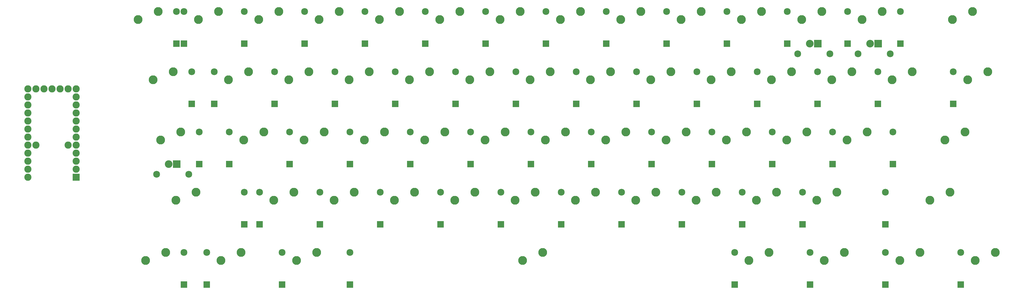
<source format=gts>
G04 #@! TF.FileFunction,Soldermask,Top*
%FSLAX46Y46*%
G04 Gerber Fmt 4.6, Leading zero omitted, Abs format (unit mm)*
G04 Created by KiCad (PCBNEW 4.1.0-alpha+201607250105+6992~46~ubuntu16.04.1-product) date Thu Aug 25 14:36:27 2016*
%MOMM*%
%LPD*%
G01*
G04 APERTURE LIST*
%ADD10C,0.150000*%
%ADD11C,2.413000*%
%ADD12R,2.413000X2.413000*%
%ADD13C,2.159000*%
%ADD14C,2.794000*%
%ADD15R,2.260600X2.260600*%
%ADD16C,2.260600*%
%ADD17R,2.159000X2.159000*%
G04 APERTURE END LIST*
D10*
D11*
X259080000Y-55880000D03*
D12*
X261620000Y-55880000D03*
D11*
X56673750Y-93980000D03*
D12*
X59213750Y-93980000D03*
D11*
X278130000Y-55880000D03*
D12*
X280670000Y-55880000D03*
D13*
X255270000Y-59134375D03*
X265430000Y-59134375D03*
X52863750Y-97234375D03*
X63023750Y-97234375D03*
X274320000Y-59134375D03*
X284480000Y-59134375D03*
D14*
X55721250Y-121920000D03*
X49371250Y-124460000D03*
X79533750Y-121920000D03*
X73183750Y-124460000D03*
X103346250Y-121920000D03*
X96996250Y-124460000D03*
X246221250Y-121920000D03*
X239871250Y-124460000D03*
X270033750Y-121920000D03*
X263683750Y-124460000D03*
X293846250Y-121920000D03*
X287496250Y-124460000D03*
X317658750Y-121920000D03*
X311308750Y-124460000D03*
X65246250Y-102870000D03*
X58896250Y-105410000D03*
X96202500Y-102870000D03*
X89852500Y-105410000D03*
X115252500Y-102870000D03*
X108902500Y-105410000D03*
X134302500Y-102870000D03*
X127952500Y-105410000D03*
X153352500Y-102870000D03*
X147002500Y-105410000D03*
X172402500Y-102870000D03*
X166052500Y-105410000D03*
X191452500Y-102870000D03*
X185102500Y-105410000D03*
X210502500Y-102870000D03*
X204152500Y-105410000D03*
X229552500Y-102870000D03*
X223202500Y-105410000D03*
X248602500Y-102870000D03*
X242252500Y-105410000D03*
X267652500Y-102870000D03*
X261302500Y-105410000D03*
X303371250Y-102870000D03*
X297021250Y-105410000D03*
X60483750Y-83820000D03*
X54133750Y-86360000D03*
X86677500Y-83820000D03*
X80327500Y-86360000D03*
X105727500Y-83820000D03*
X99377500Y-86360000D03*
X124777500Y-83820000D03*
X118427500Y-86360000D03*
X143827500Y-83820000D03*
X137477500Y-86360000D03*
X162877500Y-83820000D03*
X156527500Y-86360000D03*
X181927500Y-83820000D03*
X175577500Y-86360000D03*
X200977500Y-83820000D03*
X194627500Y-86360000D03*
X220027500Y-83820000D03*
X213677500Y-86360000D03*
X239077500Y-83820000D03*
X232727500Y-86360000D03*
X258127500Y-83820000D03*
X251777500Y-86360000D03*
X277177500Y-83820000D03*
X270827500Y-86360000D03*
X308133750Y-83820000D03*
X301783750Y-86360000D03*
X58102500Y-64770000D03*
X51752500Y-67310000D03*
X81915000Y-64770000D03*
X75565000Y-67310000D03*
X100965000Y-64770000D03*
X94615000Y-67310000D03*
X120015000Y-64770000D03*
X113665000Y-67310000D03*
X139065000Y-64770000D03*
X132715000Y-67310000D03*
X158115000Y-64770000D03*
X151765000Y-67310000D03*
X177165000Y-64770000D03*
X170815000Y-67310000D03*
X196215000Y-64770000D03*
X189865000Y-67310000D03*
X215265000Y-64770000D03*
X208915000Y-67310000D03*
X234315000Y-64770000D03*
X227965000Y-67310000D03*
X253365000Y-64770000D03*
X247015000Y-67310000D03*
X272415000Y-64770000D03*
X266065000Y-67310000D03*
X291465000Y-64770000D03*
X285115000Y-67310000D03*
X315277500Y-64770000D03*
X308927500Y-67310000D03*
X53340000Y-45720000D03*
X46990000Y-48260000D03*
X72390000Y-45720000D03*
X66040000Y-48260000D03*
X91440000Y-45720000D03*
X85090000Y-48260000D03*
X110490000Y-45720000D03*
X104140000Y-48260000D03*
X129540000Y-45720000D03*
X123190000Y-48260000D03*
X148590000Y-45720000D03*
X142240000Y-48260000D03*
X167640000Y-45720000D03*
X161290000Y-48260000D03*
X186690000Y-45720000D03*
X180340000Y-48260000D03*
X205740000Y-45720000D03*
X199390000Y-48260000D03*
X224790000Y-45720000D03*
X218440000Y-48260000D03*
X243840000Y-45720000D03*
X237490000Y-48260000D03*
X262890000Y-45720000D03*
X256540000Y-48260000D03*
X281940000Y-45720000D03*
X275590000Y-48260000D03*
X310515000Y-45720000D03*
X304165000Y-48260000D03*
D15*
X27463750Y-98107500D03*
D16*
X27463750Y-95567500D03*
X27463750Y-93027500D03*
X27463750Y-90487500D03*
X27463750Y-87947500D03*
X27463750Y-85407500D03*
X27463750Y-82867500D03*
X27463750Y-80327500D03*
X27463750Y-77787500D03*
X27463750Y-75247500D03*
X27463750Y-72707500D03*
X27463750Y-70167500D03*
X24923750Y-70167500D03*
X22383750Y-70167500D03*
X19843750Y-70167500D03*
X17303750Y-70167500D03*
X14763750Y-70167500D03*
X12223750Y-70167500D03*
X12223750Y-72707500D03*
X12223750Y-75247500D03*
X12223750Y-77787500D03*
X12223750Y-80327500D03*
X12223750Y-82867500D03*
X12223750Y-85407500D03*
X12223750Y-87947500D03*
X12223750Y-90487500D03*
X12223750Y-93027500D03*
X12223750Y-95567500D03*
X12223750Y-98107500D03*
X14763750Y-87947500D03*
X24923750Y-87947500D03*
D13*
X287734375Y-45720000D03*
D17*
X287734375Y-55880000D03*
D13*
X271065625Y-45720000D03*
D17*
X271065625Y-55880000D03*
D13*
X252015625Y-45720000D03*
D17*
X252015625Y-55880000D03*
D13*
X232965625Y-45720000D03*
D17*
X232965625Y-55880000D03*
D13*
X213915625Y-45720000D03*
D17*
X213915625Y-55880000D03*
D13*
X194865625Y-45720000D03*
D17*
X194865625Y-55880000D03*
D13*
X175815625Y-45720000D03*
D17*
X175815625Y-55880000D03*
D13*
X156765625Y-45720000D03*
D17*
X156765625Y-55880000D03*
D13*
X137715625Y-45720000D03*
D17*
X137715625Y-55880000D03*
D13*
X118665625Y-45720000D03*
D17*
X118665625Y-55880000D03*
D13*
X99615625Y-45720000D03*
D17*
X99615625Y-55880000D03*
D13*
X80565625Y-45720000D03*
D17*
X80565625Y-55880000D03*
D13*
X61515625Y-45720000D03*
D17*
X61515625Y-55880000D03*
D13*
X59134375Y-45720000D03*
D17*
X59134375Y-55880000D03*
D13*
X304403125Y-64770000D03*
D17*
X304403125Y-74930000D03*
D13*
X280590625Y-64770000D03*
D17*
X280590625Y-74930000D03*
D13*
X261540625Y-64770000D03*
D17*
X261540625Y-74930000D03*
D13*
X242490625Y-64770000D03*
D17*
X242490625Y-74930000D03*
D13*
X223440625Y-64770000D03*
D17*
X223440625Y-74930000D03*
D13*
X204390625Y-64770000D03*
D17*
X204390625Y-74930000D03*
D13*
X185340625Y-64770000D03*
D17*
X185340625Y-74930000D03*
D13*
X166290625Y-64770000D03*
D17*
X166290625Y-74930000D03*
D13*
X147240625Y-64770000D03*
D17*
X147240625Y-74930000D03*
D13*
X128190625Y-64770000D03*
D17*
X128190625Y-74930000D03*
D13*
X109140625Y-64770000D03*
D17*
X109140625Y-74930000D03*
D13*
X90090625Y-64770000D03*
D17*
X90090625Y-74930000D03*
D13*
X71040625Y-64770000D03*
D17*
X71040625Y-74930000D03*
D13*
X63896875Y-64770000D03*
D17*
X63896875Y-74930000D03*
D13*
X285353125Y-83820000D03*
D17*
X285353125Y-93980000D03*
D13*
X266303125Y-83820000D03*
D17*
X266303125Y-93980000D03*
D13*
X247253125Y-83820000D03*
D17*
X247253125Y-93980000D03*
D13*
X228203125Y-83820000D03*
D17*
X228203125Y-93980000D03*
D13*
X209153125Y-83820000D03*
D17*
X209153125Y-93980000D03*
D13*
X190103125Y-83820000D03*
D17*
X190103125Y-93980000D03*
D13*
X171053125Y-83820000D03*
D17*
X171053125Y-93980000D03*
D13*
X152003125Y-83820000D03*
D17*
X152003125Y-93980000D03*
D13*
X132953125Y-83820000D03*
D17*
X132953125Y-93980000D03*
D13*
X113903125Y-83820000D03*
D17*
X113903125Y-93980000D03*
D13*
X94853125Y-83820000D03*
D17*
X94853125Y-93980000D03*
D13*
X75803125Y-83820000D03*
D17*
X75803125Y-93980000D03*
D13*
X66278125Y-83820000D03*
D17*
X66278125Y-93980000D03*
D13*
X282971875Y-102870000D03*
D17*
X282971875Y-113030000D03*
D13*
X256778125Y-102870000D03*
D17*
X256778125Y-113030000D03*
D13*
X237728125Y-102870000D03*
D17*
X237728125Y-113030000D03*
D13*
X218678125Y-102870000D03*
D17*
X218678125Y-113030000D03*
D13*
X199628125Y-102870000D03*
D17*
X199628125Y-113030000D03*
D13*
X180578125Y-102870000D03*
D17*
X180578125Y-113030000D03*
D13*
X161528125Y-102870000D03*
D17*
X161528125Y-113030000D03*
D13*
X142478125Y-102870000D03*
D17*
X142478125Y-113030000D03*
D13*
X123428125Y-102870000D03*
D17*
X123428125Y-113030000D03*
D13*
X104378125Y-102870000D03*
D17*
X104378125Y-113030000D03*
D13*
X85328125Y-102870000D03*
D17*
X85328125Y-113030000D03*
D13*
X80565625Y-102870000D03*
D17*
X80565625Y-113030000D03*
D13*
X306784375Y-121920000D03*
D17*
X306784375Y-132080000D03*
D13*
X282971875Y-121920000D03*
D17*
X282971875Y-132080000D03*
D13*
X259159375Y-121920000D03*
D17*
X259159375Y-132080000D03*
D13*
X235346875Y-121920000D03*
D17*
X235346875Y-132080000D03*
D13*
X113903125Y-121920000D03*
D17*
X113903125Y-132080000D03*
D13*
X92471875Y-121920000D03*
D17*
X92471875Y-132080000D03*
D13*
X68659375Y-121920000D03*
D17*
X68659375Y-132080000D03*
D13*
X61515625Y-121920000D03*
D17*
X61515625Y-132080000D03*
D14*
X174783750Y-121920000D03*
X168433750Y-124460000D03*
M02*

</source>
